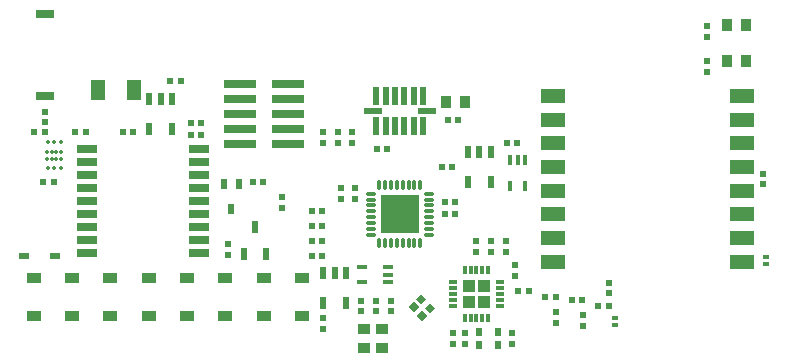
<source format=gtp>
G04 #@! TF.FileFunction,Paste,Top*
%FSLAX46Y46*%
G04 Gerber Fmt 4.6, Leading zero omitted, Abs format (unit mm)*
G04 Created by KiCad (PCBNEW 4.0.2-stable) date Wednesday, 22 June 2016 'pmt' 15:55:54*
%MOMM*%
G01*
G04 APERTURE LIST*
%ADD10C,0.100000*%
%ADD11R,2.000000X1.300000*%
%ADD12R,0.620000X0.620000*%
%ADD13R,0.950000X1.000000*%
%ADD14R,1.220000X0.910000*%
%ADD15R,0.900000X0.500000*%
%ADD16R,0.600000X1.100000*%
%ADD17R,0.400000X0.950000*%
%ADD18R,0.750000X0.300000*%
%ADD19R,0.300000X0.750000*%
%ADD20R,1.102000X1.102000*%
%ADD21R,1.800000X0.700000*%
%ADD22R,1.800000X0.800000*%
%ADD23R,0.550000X0.850000*%
%ADD24O,0.300000X0.900000*%
%ADD25O,0.900000X0.300000*%
%ADD26R,3.200000X3.200000*%
%ADD27O,0.280000X0.500000*%
%ADD28R,0.600000X1.000000*%
%ADD29R,1.600000X0.800000*%
%ADD30R,1.150000X1.800000*%
%ADD31R,2.790000X0.740000*%
%ADD32R,1.000000X0.950000*%
%ADD33R,0.550000X1.545000*%
%ADD34R,1.545000X0.550000*%
%ADD35R,0.600000X0.750000*%
%ADD36R,0.600000X0.350000*%
%ADD37R,0.950000X0.400000*%
G04 APERTURE END LIST*
D10*
D11*
X129500000Y-104500000D03*
X113500000Y-104500000D03*
X129500000Y-106500000D03*
X113500000Y-106500000D03*
X129500000Y-108500000D03*
X113500000Y-108500000D03*
X129500000Y-110500000D03*
X113500000Y-110500000D03*
X129500000Y-112500000D03*
X113500000Y-112500000D03*
X129500000Y-114500000D03*
X113500000Y-114500000D03*
X129500000Y-116500000D03*
X113500000Y-116500000D03*
X129500000Y-118500000D03*
X113500000Y-118500000D03*
D12*
X93050000Y-118000000D03*
X93950000Y-118000000D03*
X104300000Y-113500000D03*
X105200000Y-113500000D03*
X94000000Y-123300000D03*
X94000000Y-124200000D03*
X97250000Y-122700000D03*
X97250000Y-121800000D03*
X96750000Y-112300000D03*
X96750000Y-113200000D03*
X104300000Y-114500000D03*
X105200000Y-114500000D03*
X105000000Y-124550000D03*
X105000000Y-125450000D03*
X110000000Y-125450000D03*
X110000000Y-124550000D03*
X109500000Y-117700000D03*
X109500000Y-116800000D03*
X108250000Y-117700000D03*
X108250000Y-116800000D03*
X106000000Y-125450000D03*
X106000000Y-124550000D03*
X107000000Y-117700000D03*
X107000000Y-116800000D03*
X93050000Y-116750000D03*
X93950000Y-116750000D03*
X73050000Y-107500000D03*
X73950000Y-107500000D03*
X90500000Y-113950000D03*
X90500000Y-113050000D03*
X110550000Y-121000000D03*
X111450000Y-121000000D03*
X81050000Y-103250000D03*
X81950000Y-103250000D03*
X113750000Y-122800000D03*
X113750000Y-123700000D03*
X116000000Y-123050000D03*
X116000000Y-123950000D03*
X118250000Y-121200000D03*
X118250000Y-120300000D03*
X77950000Y-107500000D03*
X77050000Y-107500000D03*
X82800000Y-107750000D03*
X83700000Y-107750000D03*
D13*
X129800000Y-98500000D03*
X128200000Y-98500000D03*
X129800000Y-101500000D03*
X128200000Y-101500000D03*
D14*
X69500000Y-119865000D03*
X69500000Y-123135000D03*
X72750000Y-119865000D03*
X72750000Y-123135000D03*
X76000000Y-119865000D03*
X76000000Y-123135000D03*
X79250000Y-119865000D03*
X79250000Y-123135000D03*
X82500000Y-119865000D03*
X82500000Y-123135000D03*
X85750000Y-119865000D03*
X85750000Y-123135000D03*
X89000000Y-119865000D03*
X89000000Y-123135000D03*
X92250000Y-119865000D03*
X92250000Y-123135000D03*
D15*
X71300000Y-118000000D03*
X68700000Y-118000000D03*
D16*
X108200000Y-109200000D03*
X107250000Y-109200000D03*
X106300000Y-109200000D03*
X106300000Y-111800000D03*
X108200000Y-111800000D03*
X95950000Y-119450000D03*
X95000000Y-119450000D03*
X94050000Y-119450000D03*
X94050000Y-122050000D03*
X95950000Y-122050000D03*
D17*
X111150000Y-109900000D03*
X110500000Y-109900000D03*
X109850000Y-109900000D03*
X109850000Y-112100000D03*
X111150000Y-112100000D03*
D18*
X109000000Y-122250000D03*
X109000000Y-121750000D03*
X109000000Y-121250000D03*
X109000000Y-120750000D03*
X109000000Y-120250000D03*
D19*
X108000000Y-119250000D03*
X107500000Y-119250000D03*
X107000000Y-119250000D03*
X106500000Y-119250000D03*
X106000000Y-119250000D03*
D18*
X105000000Y-120250000D03*
X105000000Y-120750000D03*
X105000000Y-121250000D03*
X105000000Y-121750000D03*
X105000000Y-122250000D03*
D19*
X106000000Y-123250000D03*
X106500000Y-123250000D03*
X107000000Y-123250000D03*
X107500000Y-123250000D03*
X108000000Y-123250000D03*
D20*
X107650000Y-121900000D03*
X107650000Y-120600000D03*
X106350000Y-121900000D03*
X106350000Y-120600000D03*
D21*
X74000000Y-109000000D03*
D22*
X74000000Y-110100000D03*
X74000000Y-111200000D03*
X74000000Y-112300000D03*
X74000000Y-113400000D03*
X74000000Y-114500000D03*
X74000000Y-115600000D03*
X74000000Y-116700000D03*
D21*
X74000000Y-117800000D03*
X83500000Y-109000000D03*
X83500000Y-117800000D03*
D22*
X83500000Y-110100000D03*
X83500000Y-111200000D03*
X83500000Y-112300000D03*
X83500000Y-113400000D03*
X83500000Y-114500000D03*
X83500000Y-115600000D03*
X83500000Y-116700000D03*
D16*
X81200000Y-104700000D03*
X80250000Y-104700000D03*
X79300000Y-104700000D03*
X79300000Y-107300000D03*
X81200000Y-107300000D03*
D12*
X70450000Y-107500000D03*
X69550000Y-107500000D03*
X70300000Y-111750000D03*
X71200000Y-111750000D03*
X110250000Y-118800000D03*
X110250000Y-119700000D03*
X112800000Y-121500000D03*
X113700000Y-121500000D03*
X115050000Y-121750000D03*
X115950000Y-121750000D03*
X117300000Y-122250000D03*
X118200000Y-122250000D03*
D23*
X86900000Y-111950000D03*
X85600000Y-111950000D03*
X86250000Y-114050000D03*
D12*
X110450000Y-108500000D03*
X109550000Y-108500000D03*
X94000000Y-108450000D03*
X94000000Y-107550000D03*
X104950000Y-110500000D03*
X104050000Y-110500000D03*
X126500000Y-99450000D03*
X126500000Y-98550000D03*
D10*
G36*
X102431802Y-123506604D02*
X101993396Y-123068198D01*
X102431802Y-122629792D01*
X102870208Y-123068198D01*
X102431802Y-123506604D01*
X102431802Y-123506604D01*
G37*
G36*
X103068198Y-122870208D02*
X102629792Y-122431802D01*
X103068198Y-121993396D01*
X103506604Y-122431802D01*
X103068198Y-122870208D01*
X103068198Y-122870208D01*
G37*
G36*
X102318198Y-121243396D02*
X102756604Y-121681802D01*
X102318198Y-122120208D01*
X101879792Y-121681802D01*
X102318198Y-121243396D01*
X102318198Y-121243396D01*
G37*
G36*
X101681802Y-121879792D02*
X102120208Y-122318198D01*
X101681802Y-122756604D01*
X101243396Y-122318198D01*
X101681802Y-121879792D01*
X101681802Y-121879792D01*
G37*
D12*
X126500000Y-102450000D03*
X126500000Y-101550000D03*
X88950000Y-111750000D03*
X88050000Y-111750000D03*
X86000000Y-117950000D03*
X86000000Y-117050000D03*
D24*
X102250000Y-112050000D03*
X101750000Y-112050000D03*
X101250000Y-112050000D03*
X100750000Y-112050000D03*
X100250000Y-112050000D03*
X99750000Y-112050000D03*
X99250000Y-112050000D03*
X98750000Y-112050000D03*
D25*
X98050000Y-112750000D03*
X98050000Y-113250000D03*
X98050000Y-113750000D03*
X98050000Y-114250000D03*
X98050000Y-114750000D03*
X98050000Y-115250000D03*
X98050000Y-115750000D03*
X98050000Y-116250000D03*
D24*
X98750000Y-116950000D03*
X99250000Y-116950000D03*
X99750000Y-116950000D03*
X100250000Y-116950000D03*
X100750000Y-116950000D03*
X101250000Y-116950000D03*
X101750000Y-116950000D03*
X102250000Y-116950000D03*
D25*
X102950000Y-116250000D03*
X102950000Y-115750000D03*
X102950000Y-115250000D03*
X102950000Y-114750000D03*
X102950000Y-114250000D03*
X102950000Y-113750000D03*
X102950000Y-113250000D03*
X102950000Y-112750000D03*
D26*
X100500000Y-114500000D03*
D27*
X70710000Y-108410000D03*
X71250000Y-108410000D03*
X71790000Y-108410000D03*
X70680000Y-109800000D03*
X70680000Y-109200000D03*
X71820000Y-109200000D03*
X71440000Y-109200000D03*
X71060000Y-109200000D03*
X71060000Y-109800000D03*
X71440000Y-109800000D03*
X71820000Y-109800000D03*
X71790000Y-110590000D03*
X71250000Y-110590000D03*
X70710000Y-110590000D03*
D28*
X87300000Y-117900000D03*
X89200000Y-117900000D03*
X88250000Y-115600000D03*
D29*
X70500000Y-104500000D03*
X70500000Y-97500000D03*
D12*
X70500000Y-105800000D03*
X70500000Y-106700000D03*
D30*
X78000000Y-104000000D03*
X75000000Y-104000000D03*
D12*
X82800000Y-106750000D03*
X83700000Y-106750000D03*
D31*
X86965000Y-103460000D03*
X91035000Y-103460000D03*
X86965000Y-104730000D03*
X91035000Y-104730000D03*
X86965000Y-106000000D03*
X91035000Y-106000000D03*
X86965000Y-107270000D03*
X91035000Y-107270000D03*
X86965000Y-108540000D03*
X91035000Y-108540000D03*
D12*
X95500000Y-112300000D03*
X95500000Y-113200000D03*
D32*
X97500000Y-125800000D03*
X97500000Y-124200000D03*
X99000000Y-125800000D03*
X99000000Y-124200000D03*
D12*
X96500000Y-108450000D03*
X96500000Y-107550000D03*
X95250000Y-108450000D03*
X95250000Y-107550000D03*
X98500000Y-121800000D03*
X98500000Y-122700000D03*
X93050000Y-115500000D03*
X93950000Y-115500000D03*
X93950000Y-114250000D03*
X93050000Y-114250000D03*
X99750000Y-121800000D03*
X99750000Y-122700000D03*
X98550000Y-109000000D03*
X99450000Y-109000000D03*
D13*
X104450000Y-105000000D03*
X106050000Y-105000000D03*
D12*
X104550000Y-106500000D03*
X105450000Y-106500000D03*
D33*
X98500000Y-107050000D03*
X99300000Y-107050000D03*
X100100000Y-107050000D03*
X100900000Y-107050000D03*
X101700000Y-107050000D03*
X102500000Y-107050000D03*
X102500000Y-104455000D03*
X101700000Y-104455000D03*
X100900000Y-104455000D03*
X100100000Y-104455000D03*
X99300000Y-104455000D03*
X98500000Y-104455000D03*
D34*
X98202500Y-105750000D03*
X102797500Y-105750000D03*
D12*
X131250000Y-111050000D03*
X131250000Y-111950000D03*
D35*
X108825000Y-125565000D03*
X107175000Y-125565000D03*
X107175000Y-124435000D03*
X108825000Y-124435000D03*
D36*
X131500000Y-118750000D03*
X131500000Y-118100000D03*
X118750000Y-123250000D03*
X118750000Y-123900000D03*
D37*
X99500000Y-120250000D03*
X99500000Y-119600000D03*
X99500000Y-118950000D03*
X97300000Y-118950000D03*
X97300000Y-120250000D03*
M02*

</source>
